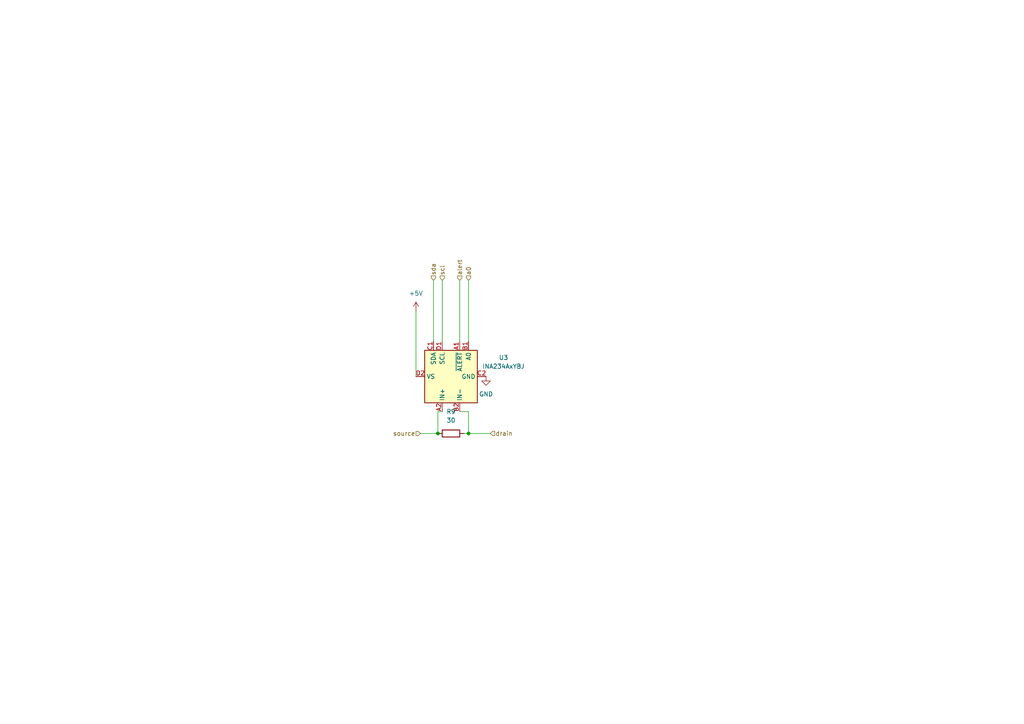
<source format=kicad_sch>
(kicad_sch (version 20231120) (generator "eeschema") (generator_version "8.0")
  (paper "A4")
  (lib_symbols
    (symbol "Analog_ADC:INA234AxYBJ"
      (property "Reference" "U" (at -6.35 8.89 0))
      (property "Value" "INA234AxYBJ" (at 6.35 8.89 0))
      (symbol "INA234AxYBJ_0_1"
        (rectangle (start -7.62 7.62) (end 7.62 -7.62) (stroke (width 0.254)) (fill (type background)))
      )
      (symbol "INA234AxYBJ_1_1"
        (pin open_collector line (at 10.16 -2.54 180) (length 2.54) (name "~{ALERT}") (number "A1"))
        (pin input line (at -10.16 2.54 0) (length 2.54) (name "IN+") (number "A2"))
        (pin input line (at 10.16 -5.08 180) (length 2.54) (name "A0") (number "B1"))
        (pin input line (at -10.16 -2.54 0) (length 2.54) (name "IN-") (number "B2"))
        (pin bidirectional line (at 10.16 5.08 180) (length 2.54) (name "SDA") (number "C1"))
        (pin power_in line (at 0 -10.16 90) (length 2.54) (name "GND") (number "C2"))
        (pin input line (at 10.16 2.54 180) (length 2.54) (name "SCL") (number "D1"))
        (pin power_in line (at 0 10.16 270) (length 2.54) (name "VS") (number "D2"))
      )
    )
    (symbol "Device:R" (pin_numbers hide) (pin_names (offset 0))
      (property "Reference" "R" (at 2.032 0 90))
      (property "Value" "R" (at 0 0 90))
      (symbol "R_0_1"
        (rectangle (start -1.016 -2.54) (end 1.016 2.54) (stroke (width 0.254)))
      )
      (symbol "R_1_1"
        (pin passive line (at 0 3.81 270) (length 1.27) (name "~") (number "1"))
        (pin passive line (at 0 -3.81 90) (length 1.27) (name "~") (number "2"))
      )
    )
    (symbol "GND_2" (power) (pin_numbers hide) (pin_names (offset 0) hide)
      (property "Value" "GND" (at 0 -3.81 0))
      (symbol "GND_2_0_1"
        (polyline (pts (xy 0 0) (xy 0 -1.27) (xy 1.27 -1.27) (xy 0 -2.54) (xy -1.27 -1.27) (xy 0 -1.27)))
      )
      (symbol "GND_2_1_1"
        (pin power_in line (at 0 0 270) (length 0) (name "~") (number "1"))
      )
    )
    (symbol "power:+5V" (power) (pin_numbers hide) (pin_names (offset 0) hide)
      (property "Value" "+5V" (at 0 3.556 0))
      (symbol "+5V_0_1"
        (polyline (pts (xy -0.762 1.27) (xy 0 2.54)))
        (polyline (pts (xy 0 0) (xy 0 2.54)))
        (polyline (pts (xy 0 2.54) (xy 0.762 1.27)))
      )
      (symbol "+5V_1_1"
        (pin power_in line (at 0 0 90) (length 0) (name "~") (number "1"))
      )
    )
  )
  (junction (at 135.89 125.73))
  (junction (at 127 125.73))
  (wire (pts (xy 127 119.38) (xy 128.27 119.38)))
  (wire (pts (xy 135.89 125.73) (xy 142.24 125.73)))
  (wire (pts (xy 125.73 81.28) (xy 125.73 99.06)))
  (wire (pts (xy 121.92 125.73) (xy 127 125.73)))
  (wire (pts (xy 128.27 81.28) (xy 128.27 99.06)))
  (wire (pts (xy 135.89 81.28) (xy 135.89 99.06)))
  (wire (pts (xy 127 119.38) (xy 127 125.73)))
  (wire (pts (xy 120.65 90.17) (xy 120.65 109.22)))
  (wire (pts (xy 134.62 125.73) (xy 135.89 125.73)))
  (wire (pts (xy 135.89 119.38) (xy 135.89 125.73)))
  (wire (pts (xy 133.35 81.28) (xy 133.35 99.06)))
  (wire (pts (xy 133.35 119.38) (xy 135.89 119.38)))
  (hierarchical_label "a0" (shape input) (at 135.89 81.28 90))
  (hierarchical_label "scl" (shape input) (at 128.27 81.28 90))
  (hierarchical_label "sda" (shape input) (at 125.73 81.28 90))
  (hierarchical_label "source" (shape input) (at 121.92 125.73 180))
  (hierarchical_label "alert" (shape input) (at 133.35 81.28 90))
  (hierarchical_label "drain" (shape input) (at 142.24 125.73 0))
  (symbol (lib_name "GND_2") (lib_id "power:GND") (at 140.97 109.22 0) (unit 1)
    (property "Reference" "#PWR08" (effects (hide yes)))
    (property "Value" "GND" (at 140.97 114.3 0))
    (property "Description" "Power symbol creates a global label with name \"GND\" , ground" (effects (hide yes)))
  )
  (symbol (lib_id "Analog_ADC:INA234AxYBJ") (at 130.81 109.22 90) (unit 1)
    (property "Reference" "U3" (at 146.05 103.7238 90))
    (property "Value" "INA234AxYBJ" (at 146.05 106.2638 90))
    (property "Footprint" "Package_BGA:Texas_DSBGA-8_0.705x1.468mm_Layout2x4_P0.4mm" (effects (hide yes)))
    (property "Datasheet" "https://www.ti.com/lit/ds/symlink/ina234.pdf" (effects (hide yes)))
    (property "Description" "Bidirectional Current/Voltage/Power Monitor (0-28V) With I2C Interface, DSBGA-8" (effects (hide yes)))
  )
  (symbol (lib_id "power:+5V") (at 120.65 90.17 0) (unit 1)
    (property "Reference" "#PWR010" (effects (hide yes)))
    (property "Value" "+5V" (at 120.65 85.09 0))
    (property "Description" "Power symbol creates a global label with name \"+5V\"" (effects (hide yes)))
  )
  (symbol (lib_id "Device:R") (at 130.81 125.73 90) (unit 1)
    (property "Reference" "R9" (at 130.81 119.38 90))
    (property "Value" "30" (at 130.81 121.92 90))
    (property "Footprint" "Resistor_THT:R_Axial_DIN0204_L3.6mm_D1.6mm_P5.08mm_Horizontal" (effects (hide yes)))
    (property "Description" "Resistor" (effects (hide yes)))
  )
)
</source>
